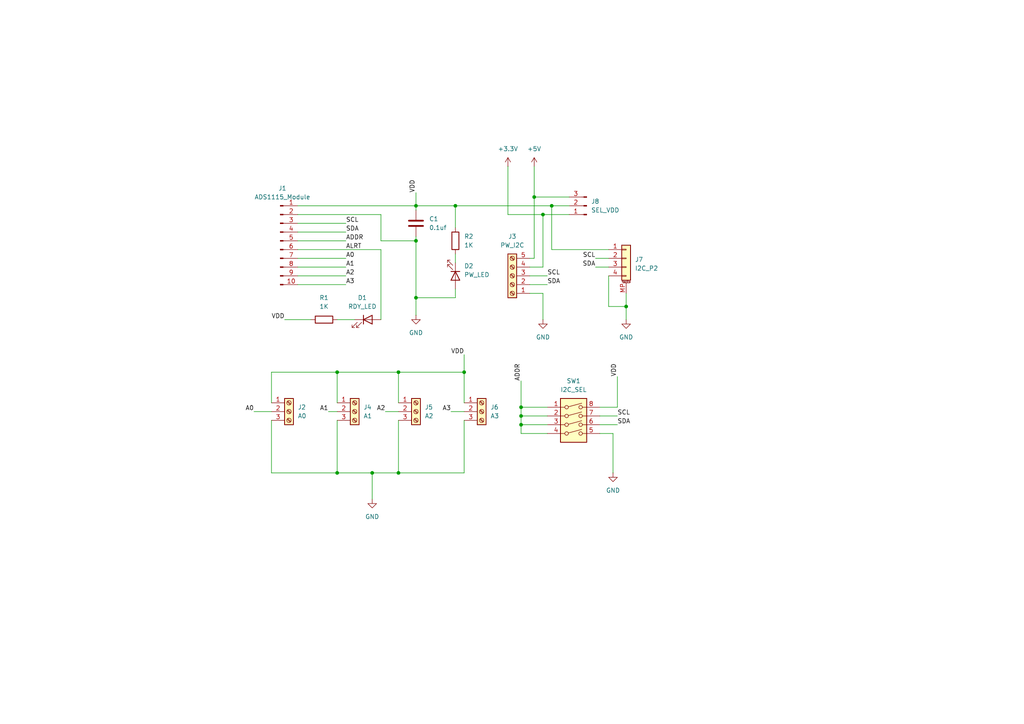
<source format=kicad_sch>
(kicad_sch (version 20250114) (generator "eeschema") (generator_version "9.0")
  (paper "A4")
  (title_block (title "ADS1115 EXT") (rev "1.0") (company "PANGCRD"))
  (lib_symbols
    (symbol "Connector:Conn_01x03_Pin" (pin_names (offset 1.016) (hide yes))
      (property "Reference" "J" (at 0 5.08 0))
      (property "Value" "Conn_01x03_Pin" (at 0 -5.08 0))
      (symbol "Conn_01x03_Pin_1_1"
        (rectangle (start 0.8636 2.667) (end 0 2.413) (stroke (width 0.1524)) (fill (type outline)))
        (rectangle (start 0.8636 0.127) (end 0 -0.127) (stroke (width 0.1524)) (fill (type outline)))
        (rectangle (start 0.8636 -2.413) (end 0 -2.667) (stroke (width 0.1524)) (fill (type outline)))
        (polyline (pts (xy 1.27 2.54) (xy 0.8636 2.54)) (stroke (width 0.1524)))
        (polyline (pts (xy 1.27 0) (xy 0.8636 0)) (stroke (width 0.1524)))
        (polyline (pts (xy 1.27 -2.54) (xy 0.8636 -2.54)) (stroke (width 0.1524)))
        (pin passive line (at 5.08 2.54 180) (length 3.81) (name "Pin_1") (number "1"))
        (pin passive line (at 5.08 0 180) (length 3.81) (name "Pin_2") (number "2"))
        (pin passive line (at 5.08 -2.54 180) (length 3.81) (name "Pin_3") (number "3"))
      )
    )
    (symbol "Connector:Conn_01x10_Pin" (pin_names (offset 1.016) (hide yes))
      (property "Reference" "J" (at 0 12.7 0))
      (property "Value" "Conn_01x10_Pin" (at 0 -15.24 0))
      (symbol "Conn_01x10_Pin_1_1"
        (rectangle (start 0.8636 10.287) (end 0 10.033) (stroke (width 0.1524)) (fill (type outline)))
        (rectangle (start 0.8636 7.747) (end 0 7.493) (stroke (width 0.1524)) (fill (type outline)))
        (rectangle (start 0.8636 5.207) (end 0 4.953) (stroke (width 0.1524)) (fill (type outline)))
        (rectangle (start 0.8636 2.667) (end 0 2.413) (stroke (width 0.1524)) (fill (type outline)))
        (rectangle (start 0.8636 0.127) (end 0 -0.127) (stroke (width 0.1524)) (fill (type outline)))
        (rectangle (start 0.8636 -2.413) (end 0 -2.667) (stroke (width 0.1524)) (fill (type outline)))
        (rectangle (start 0.8636 -4.953) (end 0 -5.207) (stroke (width 0.1524)) (fill (type outline)))
        (rectangle (start 0.8636 -7.493) (end 0 -7.747) (stroke (width 0.1524)) (fill (type outline)))
        (rectangle (start 0.8636 -10.033) (end 0 -10.287) (stroke (width 0.1524)) (fill (type outline)))
        (rectangle (start 0.8636 -12.573) (end 0 -12.827) (stroke (width 0.1524)) (fill (type outline)))
        (polyline (pts (xy 1.27 10.16) (xy 0.8636 10.16)) (stroke (width 0.1524)))
        (polyline (pts (xy 1.27 7.62) (xy 0.8636 7.62)) (stroke (width 0.1524)))
        (polyline (pts (xy 1.27 5.08) (xy 0.8636 5.08)) (stroke (width 0.1524)))
        (polyline (pts (xy 1.27 2.54) (xy 0.8636 2.54)) (stroke (width 0.1524)))
        (polyline (pts (xy 1.27 0) (xy 0.8636 0)) (stroke (width 0.1524)))
        (polyline (pts (xy 1.27 -2.54) (xy 0.8636 -2.54)) (stroke (width 0.1524)))
        (polyline (pts (xy 1.27 -5.08) (xy 0.8636 -5.08)) (stroke (width 0.1524)))
        (polyline (pts (xy 1.27 -7.62) (xy 0.8636 -7.62)) (stroke (width 0.1524)))
        (polyline (pts (xy 1.27 -10.16) (xy 0.8636 -10.16)) (stroke (width 0.1524)))
        (polyline (pts (xy 1.27 -12.7) (xy 0.8636 -12.7)) (stroke (width 0.1524)))
        (pin passive line (at 5.08 10.16 180) (length 3.81) (name "Pin_1") (number "1"))
        (pin passive line (at 5.08 7.62 180) (length 3.81) (name "Pin_2") (number "2"))
        (pin passive line (at 5.08 5.08 180) (length 3.81) (name "Pin_3") (number "3"))
        (pin passive line (at 5.08 2.54 180) (length 3.81) (name "Pin_4") (number "4"))
        (pin passive line (at 5.08 0 180) (length 3.81) (name "Pin_5") (number "5"))
        (pin passive line (at 5.08 -2.54 180) (length 3.81) (name "Pin_6") (number "6"))
        (pin passive line (at 5.08 -5.08 180) (length 3.81) (name "Pin_7") (number "7"))
        (pin passive line (at 5.08 -7.62 180) (length 3.81) (name "Pin_8") (number "8"))
        (pin passive line (at 5.08 -10.16 180) (length 3.81) (name "Pin_9") (number "9"))
        (pin passive line (at 5.08 -12.7 180) (length 3.81) (name "Pin_10") (number "10"))
      )
    )
    (symbol "Connector:Screw_Terminal_01x03" (pin_names (offset 1.016) (hide yes))
      (property "Reference" "J" (at 0 5.08 0))
      (property "Value" "Screw_Terminal_01x03" (at 0 -5.08 0))
      (symbol "Screw_Terminal_01x03_1_1"
        (rectangle (start -1.27 3.81) (end 1.27 -3.81) (stroke (width 0.254)) (fill (type background)))
        (polyline (pts (xy -0.5334 2.8702) (xy 0.3302 2.032)) (stroke (width 0.1524)))
        (polyline (pts (xy -0.5334 0.3302) (xy 0.3302 -0.508)) (stroke (width 0.1524)))
        (polyline (pts (xy -0.5334 -2.2098) (xy 0.3302 -3.048)) (stroke (width 0.1524)))
        (polyline (pts (xy -0.3556 3.048) (xy 0.508 2.2098)) (stroke (width 0.1524)))
        (polyline (pts (xy -0.3556 0.508) (xy 0.508 -0.3302)) (stroke (width 0.1524)))
        (polyline (pts (xy -0.3556 -2.032) (xy 0.508 -2.8702)) (stroke (width 0.1524)))
        (circle (center 0 2.54) (radius 0.635) (stroke (width 0.1524)))
        (circle (center 0 0) (radius 0.635) (stroke (width 0.1524)))
        (circle (center 0 -2.54) (radius 0.635) (stroke (width 0.1524)))
        (pin passive line (at -5.08 2.54 0) (length 3.81) (name "Pin_1") (number "1"))
        (pin passive line (at -5.08 0 0) (length 3.81) (name "Pin_2") (number "2"))
        (pin passive line (at -5.08 -2.54 0) (length 3.81) (name "Pin_3") (number "3"))
      )
    )
    (symbol "Connector:Screw_Terminal_01x05" (pin_names (offset 1.016) (hide yes))
      (property "Reference" "J" (at 0 7.62 0))
      (property "Value" "Screw_Terminal_01x05" (at 0 -7.62 0))
      (symbol "Screw_Terminal_01x05_1_1"
        (rectangle (start -1.27 6.35) (end 1.27 -6.35) (stroke (width 0.254)) (fill (type background)))
        (polyline (pts (xy -0.5334 5.4102) (xy 0.3302 4.572)) (stroke (width 0.1524)))
        (polyline (pts (xy -0.5334 2.8702) (xy 0.3302 2.032)) (stroke (width 0.1524)))
        (polyline (pts (xy -0.5334 0.3302) (xy 0.3302 -0.508)) (stroke (width 0.1524)))
        (polyline (pts (xy -0.5334 -2.2098) (xy 0.3302 -3.048)) (stroke (width 0.1524)))
        (polyline (pts (xy -0.5334 -4.7498) (xy 0.3302 -5.588)) (stroke (width 0.1524)))
        (polyline (pts (xy -0.3556 5.588) (xy 0.508 4.7498)) (stroke (width 0.1524)))
        (polyline (pts (xy -0.3556 3.048) (xy 0.508 2.2098)) (stroke (width 0.1524)))
        (polyline (pts (xy -0.3556 0.508) (xy 0.508 -0.3302)) (stroke (width 0.1524)))
        (polyline (pts (xy -0.3556 -2.032) (xy 0.508 -2.8702)) (stroke (width 0.1524)))
        (polyline (pts (xy -0.3556 -4.572) (xy 0.508 -5.4102)) (stroke (width 0.1524)))
        (circle (center 0 5.08) (radius 0.635) (stroke (width 0.1524)))
        (circle (center 0 2.54) (radius 0.635) (stroke (width 0.1524)))
        (circle (center 0 0) (radius 0.635) (stroke (width 0.1524)))
        (circle (center 0 -2.54) (radius 0.635) (stroke (width 0.1524)))
        (circle (center 0 -5.08) (radius 0.635) (stroke (width 0.1524)))
        (pin passive line (at -5.08 5.08 0) (length 3.81) (name "Pin_1") (number "1"))
        (pin passive line (at -5.08 2.54 0) (length 3.81) (name "Pin_2") (number "2"))
        (pin passive line (at -5.08 0 0) (length 3.81) (name "Pin_3") (number "3"))
        (pin passive line (at -5.08 -2.54 0) (length 3.81) (name "Pin_4") (number "4"))
        (pin passive line (at -5.08 -5.08 0) (length 3.81) (name "Pin_5") (number "5"))
      )
    )
    (symbol "Connector_Generic_MountingPin:Conn_01x04_MountingPin" (pin_names (offset 1.016) (hide yes))
      (property "Reference" "J" (at 0 5.08 0))
      (property "Value" "Conn_01x04_MountingPin" (at 1.27 -7.62 0))
      (symbol "Conn_01x04_MountingPin_1_1"
        (rectangle (start -1.27 3.81) (end 1.27 -6.35) (stroke (width 0.254)) (fill (type background)))
        (rectangle (start -1.27 2.667) (end 0 2.413) (stroke (width 0.1524)))
        (rectangle (start -1.27 0.127) (end 0 -0.127) (stroke (width 0.1524)))
        (rectangle (start -1.27 -2.413) (end 0 -2.667) (stroke (width 0.1524)))
        (rectangle (start -1.27 -4.953) (end 0 -5.207) (stroke (width 0.1524)))
        (polyline (pts (xy -1.016 -7.112) (xy 1.016 -7.112)) (stroke (width 0.1524)))
        (text "Mounting" (at 0 -6.731 0) (effects (font (size 0.381 0.381))))
        (pin passive line (at -5.08 2.54 0) (length 3.81) (name "Pin_1") (number "1"))
        (pin passive line (at -5.08 0 0) (length 3.81) (name "Pin_2") (number "2"))
        (pin passive line (at -5.08 -2.54 0) (length 3.81) (name "Pin_3") (number "3"))
        (pin passive line (at -5.08 -5.08 0) (length 3.81) (name "Pin_4") (number "4"))
        (pin passive line (at 0 -10.16 90) (length 3.048) (name "MountPin") (number "MP"))
      )
    )
    (symbol "Device:C" (pin_numbers (hide yes)) (pin_names (offset 0.254))
      (property "Reference" "C" (at 0.635 2.54 0))
      (property "Value" "C" (at 0.635 -2.54 0))
      (symbol "C_0_1"
        (polyline (pts (xy -2.032 0.762) (xy 2.032 0.762)) (stroke (width 0.508)))
        (polyline (pts (xy -2.032 -0.762) (xy 2.032 -0.762)) (stroke (width 0.508)))
      )
      (symbol "C_1_1"
        (pin passive line (at 0 3.81 270) (length 2.794) (name "~") (number "1"))
        (pin passive line (at 0 -3.81 90) (length 2.794) (name "~") (number "2"))
      )
    )
    (symbol "Device:LED" (pin_numbers (hide yes)) (pin_names (offset 1.016) (hide yes))
      (property "Reference" "D" (at 0 2.54 0))
      (property "Value" "LED" (at 0 -2.54 0))
      (symbol "LED_0_1"
        (polyline (pts (xy -3.048 -0.762) (xy -4.572 -2.286) (xy -3.81 -2.286) (xy -4.572 -2.286) (xy -4.572 -1.524)))
        (polyline (pts (xy -1.778 -0.762) (xy -3.302 -2.286) (xy -2.54 -2.286) (xy -3.302 -2.286) (xy -3.302 -1.524)))
        (polyline (pts (xy -1.27 0) (xy 1.27 0)))
        (polyline (pts (xy -1.27 -1.27) (xy -1.27 1.27)) (stroke (width 0.254)))
        (polyline (pts (xy 1.27 -1.27) (xy 1.27 1.27) (xy -1.27 0) (xy 1.27 -1.27)) (stroke (width 0.254)))
      )
      (symbol "LED_1_1"
        (pin passive line (at -3.81 0 0) (length 2.54) (name "K") (number "1"))
        (pin passive line (at 3.81 0 180) (length 2.54) (name "A") (number "2"))
      )
    )
    (symbol "Device:R" (pin_numbers (hide yes)) (pin_names (offset 0))
      (property "Reference" "R" (at 2.032 0 90))
      (property "Value" "R" (at 0 0 90))
      (symbol "R_0_1"
        (rectangle (start -1.016 -2.54) (end 1.016 2.54) (stroke (width 0.254)))
      )
      (symbol "R_1_1"
        (pin passive line (at 0 3.81 270) (length 1.27) (name "~") (number "1"))
        (pin passive line (at 0 -3.81 90) (length 1.27) (name "~") (number "2"))
      )
    )
    (symbol "Switch:SW_DIP_x04" (pin_names (offset 0) (hide yes))
      (property "Reference" "SW" (at 0 8.89 0))
      (property "Value" "SW_DIP_x04" (at 0 -6.35 0))
      (symbol "SW_DIP_x04_0_0"
        (circle (center -2.032 5.08) (radius 0.508))
        (circle (center -2.032 2.54) (radius 0.508))
        (circle (center -2.032 0) (radius 0.508))
        (circle (center -2.032 -2.54) (radius 0.508))
        (polyline (pts (xy -1.524 5.207) (xy 2.3622 6.2484)))
        (polyline (pts (xy -1.524 2.667) (xy 2.3622 3.7084)))
        (polyline (pts (xy -1.524 0.127) (xy 2.3622 1.1684)))
        (polyline (pts (xy -1.524 -2.3876) (xy 2.3622 -1.3462)))
        (circle (center 2.032 5.08) (radius 0.508))
        (circle (center 2.032 2.54) (radius 0.508))
        (circle (center 2.032 0) (radius 0.508))
        (circle (center 2.032 -2.54) (radius 0.508))
      )
      (symbol "SW_DIP_x04_0_1"
        (rectangle (start -3.81 7.62) (end 3.81 -5.08) (stroke (width 0.254)) (fill (type background)))
      )
      (symbol "SW_DIP_x04_1_1"
        (pin passive line (at -7.62 5.08 0) (length 5.08) (name "~") (number "1"))
        (pin passive line (at -7.62 2.54 0) (length 5.08) (name "~") (number "2"))
        (pin passive line (at -7.62 0 0) (length 5.08) (name "~") (number "3"))
        (pin passive line (at -7.62 -2.54 0) (length 5.08) (name "~") (number "4"))
        (pin passive line (at 7.62 5.08 180) (length 5.08) (name "~") (number "8"))
        (pin passive line (at 7.62 2.54 180) (length 5.08) (name "~") (number "7"))
        (pin passive line (at 7.62 0 180) (length 5.08) (name "~") (number "6"))
        (pin passive line (at 7.62 -2.54 180) (length 5.08) (name "~") (number "5"))
      )
    )
    (symbol "power:+3.3V" (power) (pin_numbers (hide yes)) (pin_names (offset 0) (hide yes))
      (property "Value" "+3.3V" (at 0 3.556 0))
      (symbol "+3.3V_0_1"
        (polyline (pts (xy -0.762 1.27) (xy 0 2.54)))
        (polyline (pts (xy 0 2.54) (xy 0.762 1.27)))
        (polyline (pts (xy 0 0) (xy 0 2.54)))
      )
      (symbol "+3.3V_1_1"
        (pin power_in line (at 0 0 90) (length 0) (name "~") (number "1"))
      )
    )
    (symbol "power:+5V" (power) (pin_numbers (hide yes)) (pin_names (offset 0) (hide yes))
      (property "Value" "+5V" (at 0 3.556 0))
      (symbol "+5V_0_1"
        (polyline (pts (xy -0.762 1.27) (xy 0 2.54)))
        (polyline (pts (xy 0 2.54) (xy 0.762 1.27)))
        (polyline (pts (xy 0 0) (xy 0 2.54)))
      )
      (symbol "+5V_1_1"
        (pin power_in line (at 0 0 90) (length 0) (name "~") (number "1"))
      )
    )
    (symbol "power:GND" (power) (pin_numbers (hide yes)) (pin_names (offset 0) (hide yes))
      (property "Value" "GND" (at 0 -3.81 0))
      (symbol "GND_0_1"
        (polyline (pts (xy 0 0) (xy 0 -1.27) (xy 1.27 -1.27) (xy 0 -2.54) (xy -1.27 -1.27) (xy 0 -1.27)))
      )
      (symbol "GND_1_1"
        (pin power_in line (at 0 0 270) (length 0) (name "~") (number "1"))
      )
    )
  )
  (junction (at 120.65 59.69))
  (junction (at 120.65 86.36))
  (junction (at 115.57 137.16))
  (junction (at 181.61 88.9))
  (junction (at 97.79 107.95))
  (junction (at 157.48 62.23))
  (junction (at 160.02 59.69))
  (junction (at 154.94 57.15))
  (junction (at 151.13 118.11))
  (junction (at 151.13 120.65))
  (junction (at 134.62 107.95))
  (junction (at 97.79 137.16))
  (junction (at 132.08 59.69))
  (junction (at 107.95 137.16))
  (junction (at 151.13 123.19))
  (junction (at 120.65 69.85))
  (junction (at 115.57 107.95))
  (wire (pts (xy 86.36 77.47) (xy 100.33 77.47)))
  (wire (pts (xy 110.49 92.71) (xy 110.49 72.39)))
  (wire (pts (xy 86.36 67.31) (xy 100.33 67.31)))
  (wire (pts (xy 151.13 118.11) (xy 151.13 120.65)))
  (wire (pts (xy 134.62 137.16) (xy 115.57 137.16)))
  (wire (pts (xy 78.74 107.95) (xy 97.79 107.95)))
  (wire (pts (xy 172.72 77.47) (xy 176.53 77.47)))
  (wire (pts (xy 177.8 125.73) (xy 177.8 137.16)))
  (wire (pts (xy 120.65 86.36) (xy 120.65 91.44)))
  (wire (pts (xy 173.99 125.73) (xy 177.8 125.73)))
  (wire (pts (xy 111.76 119.38) (xy 115.57 119.38)))
  (wire (pts (xy 86.36 64.77) (xy 100.33 64.77)))
  (wire (pts (xy 153.67 74.93) (xy 154.94 74.93)))
  (wire (pts (xy 151.13 110.49) (xy 151.13 118.11)))
  (wire (pts (xy 173.99 118.11) (xy 179.07 118.11)))
  (wire (pts (xy 151.13 118.11) (xy 158.75 118.11)))
  (wire (pts (xy 134.62 121.92) (xy 134.62 137.16)))
  (wire (pts (xy 173.99 123.19) (xy 179.07 123.19)))
  (wire (pts (xy 173.99 120.65) (xy 179.07 120.65)))
  (wire (pts (xy 86.36 59.69) (xy 120.65 59.69)))
  (wire (pts (xy 132.08 59.69) (xy 160.02 59.69)))
  (wire (pts (xy 120.65 69.85) (xy 120.65 86.36)))
  (wire (pts (xy 179.07 118.11) (xy 179.07 109.22)))
  (wire (pts (xy 86.36 72.39) (xy 110.49 72.39)))
  (wire (pts (xy 107.95 137.16) (xy 115.57 137.16)))
  (wire (pts (xy 154.94 57.15) (xy 165.1 57.15)))
  (wire (pts (xy 157.48 62.23) (xy 157.48 77.47)))
  (wire (pts (xy 157.48 85.09) (xy 157.48 92.71)))
  (wire (pts (xy 134.62 102.87) (xy 134.62 107.95)))
  (wire (pts (xy 82.55 92.71) (xy 90.17 92.71)))
  (wire (pts (xy 176.53 80.01) (xy 176.53 88.9)))
  (wire (pts (xy 130.81 119.38) (xy 134.62 119.38)))
  (wire (pts (xy 153.67 77.47) (xy 157.48 77.47)))
  (wire (pts (xy 78.74 116.84) (xy 78.74 107.95)))
  (wire (pts (xy 151.13 120.65) (xy 158.75 120.65)))
  (wire (pts (xy 86.36 74.93) (xy 100.33 74.93)))
  (wire (pts (xy 181.61 85.09) (xy 181.61 88.9)))
  (wire (pts (xy 151.13 120.65) (xy 151.13 123.19)))
  (wire (pts (xy 147.32 62.23) (xy 157.48 62.23)))
  (wire (pts (xy 73.66 119.38) (xy 78.74 119.38)))
  (wire (pts (xy 172.72 74.93) (xy 176.53 74.93)))
  (wire (pts (xy 78.74 137.16) (xy 97.79 137.16)))
  (wire (pts (xy 110.49 69.85) (xy 120.65 69.85)))
  (wire (pts (xy 176.53 72.39) (xy 160.02 72.39)))
  (wire (pts (xy 157.48 62.23) (xy 165.1 62.23)))
  (wire (pts (xy 153.67 82.55) (xy 158.75 82.55)))
  (wire (pts (xy 151.13 123.19) (xy 158.75 123.19)))
  (wire (pts (xy 132.08 73.66) (xy 132.08 76.2)))
  (wire (pts (xy 97.79 92.71) (xy 102.87 92.71)))
  (wire (pts (xy 147.32 48.26) (xy 147.32 62.23)))
  (wire (pts (xy 120.65 68.58) (xy 120.65 69.85)))
  (wire (pts (xy 120.65 59.69) (xy 120.65 60.96)))
  (wire (pts (xy 110.49 62.23) (xy 110.49 69.85)))
  (wire (pts (xy 120.65 86.36) (xy 132.08 86.36)))
  (wire (pts (xy 78.74 121.92) (xy 78.74 137.16)))
  (wire (pts (xy 120.65 55.88) (xy 120.65 59.69)))
  (wire (pts (xy 176.53 88.9) (xy 181.61 88.9)))
  (wire (pts (xy 107.95 144.78) (xy 107.95 137.16)))
  (wire (pts (xy 153.67 80.01) (xy 158.75 80.01)))
  (wire (pts (xy 86.36 62.23) (xy 110.49 62.23)))
  (wire (pts (xy 181.61 88.9) (xy 181.61 92.71)))
  (wire (pts (xy 115.57 121.92) (xy 115.57 137.16)))
  (wire (pts (xy 86.36 69.85) (xy 100.33 69.85)))
  (wire (pts (xy 115.57 107.95) (xy 115.57 116.84)))
  (wire (pts (xy 95.25 119.38) (xy 97.79 119.38)))
  (wire (pts (xy 120.65 59.69) (xy 132.08 59.69)))
  (wire (pts (xy 151.13 123.19) (xy 151.13 125.73)))
  (wire (pts (xy 153.67 85.09) (xy 157.48 85.09)))
  (wire (pts (xy 97.79 107.95) (xy 115.57 107.95)))
  (wire (pts (xy 134.62 107.95) (xy 134.62 116.84)))
  (wire (pts (xy 97.79 107.95) (xy 97.79 116.84)))
  (wire (pts (xy 160.02 59.69) (xy 165.1 59.69)))
  (wire (pts (xy 86.36 82.55) (xy 100.33 82.55)))
  (wire (pts (xy 132.08 86.36) (xy 132.08 83.82)))
  (wire (pts (xy 154.94 48.26) (xy 154.94 57.15)))
  (wire (pts (xy 132.08 59.69) (xy 132.08 66.04)))
  (wire (pts (xy 97.79 137.16) (xy 107.95 137.16)))
  (wire (pts (xy 97.79 121.92) (xy 97.79 137.16)))
  (wire (pts (xy 115.57 107.95) (xy 134.62 107.95)))
  (wire (pts (xy 151.13 125.73) (xy 158.75 125.73)))
  (wire (pts (xy 160.02 72.39) (xy 160.02 59.69)))
  (wire (pts (xy 86.36 80.01) (xy 100.33 80.01)))
  (wire (pts (xy 154.94 74.93) (xy 154.94 57.15)))
  (label "VDD" (at 120.65 55.88 90))
  (label "SCL" (at 172.72 74.93 180))
  (label "VDD" (at 82.55 92.71 180))
  (label "VDD" (at 134.62 102.87 180))
  (label "A2" (at 111.76 119.38 180))
  (label "A3" (at 130.81 119.38 180))
  (label "A3" (at 100.33 82.55 0))
  (label "A0" (at 100.33 74.93 0))
  (label "SCL" (at 100.33 64.77 0))
  (label "SCL" (at 179.07 120.65 0))
  (label "ALRT" (at 100.33 72.39 0))
  (label "ADDR" (at 100.33 69.85 0))
  (label "SDA" (at 172.72 77.47 180))
  (label "A1" (at 100.33 77.47 0))
  (label "ADDR" (at 151.13 110.49 90))
  (label "SCL" (at 158.75 80.01 0))
  (label "A1" (at 95.25 119.38 180))
  (label "SDA" (at 100.33 67.31 0))
  (label "VDD" (at 179.07 109.22 90))
  (label "A0" (at 73.66 119.38 180))
  (label "SDA" (at 179.07 123.19 0))
  (label "A2" (at 100.33 80.01 0))
  (label "SDA" (at 158.75 82.55 0))
  (symbol (lib_id "Device:C") (at 120.65 64.77 0) (unit 1)
    (property "Reference" "C1" (at 124.46 63.4999 0) (effects (justify left)))
    (property "Value" "0.1uf" (at 124.46 66.0399 0) (effects (justify left)))
    (property "Footprint" "Capacitor_SMD:C_1210_3225Metric_Pad1.33x2.70mm_HandSolder" (effects (hide yes)))
    (property "Description" "Unpolarized capacitor" (effects (hide yes)))
  )
  (symbol (lib_id "Device:R") (at 132.08 69.85 0) (unit 1)
    (property "Reference" "R2" (at 134.62 68.5799 0) (effects (justify left)))
    (property "Value" "1K" (at 134.62 71.1199 0) (effects (justify left)))
    (property "Footprint" "Resistor_SMD:R_0805_2012Metric_Pad1.20x1.40mm_HandSolder" (effects (hide yes)))
    (property "Description" "Resistor" (effects (hide yes)))
  )
  (symbol (lib_id "Device:LED") (at 106.68 92.71 0) (unit 1)
    (property "Reference" "D1" (at 105.0925 86.36 0))
    (property "Value" "RDY_LED" (at 105.0925 88.9 0))
    (property "Footprint" "LED_SMD:LED_0805_2012Metric_Pad1.15x1.40mm_HandSolder" (effects (hide yes)))
    (property "Description" "Light emitting diode" (effects (hide yes)))
  )
  (symbol (lib_id "Connector:Screw_Terminal_01x03") (at 120.65 119.38 0) (unit 1)
    (property "Reference" "J5" (at 123.19 118.1099 0) (effects (justify left)))
    (property "Value" "A2" (at 123.19 120.6499 0) (effects (justify left)))
    (property "Footprint" "TerminalBlock_TE-Connectivity:TerminalBlock_TE_282834-3_1x03_P2.54mm_Horizontal" (effects (hide yes)))
    (property "Description" "Generic screw terminal, single row, 01x03, script generated (kicad-library-utils/schlib/autogen/connector/)" (effects (hide yes)))
  )
  (symbol (lib_id "Connector:Screw_Terminal_01x03") (at 102.87 119.38 0) (unit 1)
    (property "Reference" "J4" (at 105.41 118.1099 0) (effects (justify left)))
    (property "Value" "A1" (at 105.41 120.6499 0) (effects (justify left)))
    (property "Footprint" "TerminalBlock_TE-Connectivity:TerminalBlock_TE_282834-3_1x03_P2.54mm_Horizontal" (effects (hide yes)))
    (property "Description" "Generic screw terminal, single row, 01x03, script generated (kicad-library-utils/schlib/autogen/connector/)" (effects (hide yes)))
  )
  (symbol (lib_id "power:GND") (at 107.95 144.78 0) (unit 1)
    (property "Reference" "#PWR07" (effects (hide yes)))
    (property "Value" "GND" (at 107.95 149.86 0))
    (property "Description" "Power symbol creates a global label with name \"GND\" , ground" (effects (hide yes)))
  )
  (symbol (lib_id "power:GND") (at 120.65 91.44 0) (unit 1)
    (property "Reference" "#PWR03" (effects (hide yes)))
    (property "Value" "GND" (at 120.65 96.52 0))
    (property "Description" "Power symbol creates a global label with name \"GND\" , ground" (effects (hide yes)))
  )
  (symbol (lib_id "Connector:Screw_Terminal_01x05") (at 148.59 80.01 180) (unit 1)
    (property "Reference" "J3" (at 148.59 68.58 0))
    (property "Value" "PW_I2C" (at 148.59 71.12 0))
    (property "Footprint" "TerminalBlock_Phoenix:TerminalBlock_Phoenix_MPT-0,5-5-2.54_1x05_P2.54mm_Horizontal" (effects (hide yes)))
    (property "Description" "Generic screw terminal, single row, 01x05, script generated (kicad-library-utils/schlib/autogen/connector/)" (effects (hide yes)))
  )
  (symbol (lib_id "Device:LED") (at 132.08 80.01 270) (unit 1)
    (property "Reference" "D2" (at 134.62 77.1524 90) (effects (justify left)))
    (property "Value" "PW_LED" (at 134.62 79.6924 90) (effects (justify left)))
    (property "Footprint" "LED_SMD:LED_0805_2012Metric_Pad1.15x1.40mm_HandSolder" (effects (hide yes)))
    (property "Description" "Light emitting diode" (effects (hide yes)))
  )
  (symbol (lib_id "Connector:Screw_Terminal_01x03") (at 83.82 119.38 0) (unit 1)
    (property "Reference" "J2" (at 86.36 118.1099 0) (effects (justify left)))
    (property "Value" "A0" (at 86.36 120.6499 0) (effects (justify left)))
    (property "Footprint" "TerminalBlock_TE-Connectivity:TerminalBlock_TE_282834-3_1x03_P2.54mm_Horizontal" (effects (hide yes)))
    (property "Description" "Generic screw terminal, single row, 01x03, script generated (kicad-library-utils/schlib/autogen/connector/)" (effects (hide yes)))
  )
  (symbol (lib_id "power:GND") (at 181.61 92.71 0) (unit 1)
    (property "Reference" "#PWR05" (effects (hide yes)))
    (property "Value" "GND" (at 181.61 97.79 0))
    (property "Description" "Power symbol creates a global label with name \"GND\" , ground" (effects (hide yes)))
  )
  (symbol (lib_id "power:+3.3V") (at 147.32 48.26 0) (unit 1)
    (property "Reference" "#PWR01" (effects (hide yes)))
    (property "Value" "+3.3V" (at 147.32 43.18 0))
    (property "Description" "Power symbol creates a global label with name \"+3.3V\"" (effects (hide yes)))
  )
  (symbol (lib_id "Connector:Screw_Terminal_01x03") (at 139.7 119.38 0) (unit 1)
    (property "Reference" "J6" (at 142.24 118.1099 0) (effects (justify left)))
    (property "Value" "A3" (at 142.24 120.6499 0) (effects (justify left)))
    (property "Footprint" "TerminalBlock_TE-Connectivity:TerminalBlock_TE_282834-3_1x03_P2.54mm_Horizontal" (effects (hide yes)))
    (property "Description" "Generic screw terminal, single row, 01x03, script generated (kicad-library-utils/schlib/autogen/connector/)" (effects (hide yes)))
  )
  (symbol (lib_id "Connector:Conn_01x03_Pin") (at 170.18 59.69 180) (unit 1)
    (property "Reference" "J8" (at 171.45 58.4199 0) (effects (justify right)))
    (property "Value" "SEL_VDD" (at 171.45 60.9599 0) (effects (justify right)))
    (property "Footprint" "Connector_PinHeader_2.54mm:PinHeader_1x03_P2.54mm_Vertical" (effects (hide yes)))
    (property "Description" "Generic connector, single row, 01x03, script generated" (effects (hide yes)))
  )
  (symbol (lib_id "Device:R") (at 93.98 92.71 270) (unit 1)
    (property "Reference" "R1" (at 93.98 86.36 90))
    (property "Value" "1K" (at 93.98 88.9 90))
    (property "Footprint" "Resistor_SMD:R_0805_2012Metric_Pad1.20x1.40mm_HandSolder" (effects (hide yes)))
    (property "Description" "Resistor" (effects (hide yes)))
  )
  (symbol (lib_id "Switch:SW_DIP_x04") (at 166.37 123.19 0) (unit 1)
    (property "Reference" "SW1" (at 166.37 110.49 0))
    (property "Value" "I2C_SEL" (at 166.37 113.03 0))
    (property "Footprint" "Package_DIP:DIP-8_W7.62mm_Socket_LongPads" (effects (hide yes)))
    (property "Description" "4x DIP Switch, Single Pole Single Throw (SPST) switch, small symbol" (effects (hide yes)))
  )
  (symbol (lib_id "power:GND") (at 177.8 137.16 0) (unit 1)
    (property "Reference" "#PWR04" (effects (hide yes)))
    (property "Value" "GND" (at 177.8 142.24 0))
    (property "Description" "Power symbol creates a global label with name \"GND\" , ground" (effects (hide yes)))
  )
  (symbol (lib_id "power:+5V") (at 154.94 48.26 0) (unit 1)
    (property "Reference" "#PWR02" (effects (hide yes)))
    (property "Value" "+5V" (at 154.94 43.18 0))
    (property "Description" "Power symbol creates a global label with name \"+5V\"" (effects (hide yes)))
  )
  (symbol (lib_id "power:GND") (at 157.48 92.71 0) (unit 1)
    (property "Reference" "#PWR06" (effects (hide yes)))
    (property "Value" "GND" (at 157.48 97.79 0))
    (property "Description" "Power symbol creates a global label with name \"GND\" , ground" (effects (hide yes)))
  )
  (symbol (lib_id "Connector_Generic_MountingPin:Conn_01x04_MountingPin") (at 181.61 74.93 0) (unit 1)
    (property "Reference" "J7" (at 184.15 75.2855 0) (effects (justify left)))
    (property "Value" "I2C_P2" (at 184.15 77.8255 0) (effects (justify left)))
    (property "Footprint" "Connector_Hirose:Hirose_DF3EA-04P-2H_1x04-1MP_P2.00mm_Horizontal" (effects (hide yes)))
    (property "Description" "Generic connectable mounting pin connector, single row, 01x04, script generated (kicad-library-utils/schlib/autogen/connector/)" (effects (hide yes)))
  )
  (symbol (lib_id "Connector:Conn_01x10_Pin") (at 81.28 69.85 0) (unit 1)
    (property "Reference" "J1" (at 81.915 54.61 0))
    (property "Value" "ADS1115_Module" (at 81.915 57.15 0))
    (property "Footprint" "Connector_PinHeader_2.54mm:PinHeader_1x10_P2.54mm_Vertical" (effects (hide yes)))
    (property "Description" "Generic connector, single row, 01x10, script generated" (effects (hide yes)))
  )
)
</source>
